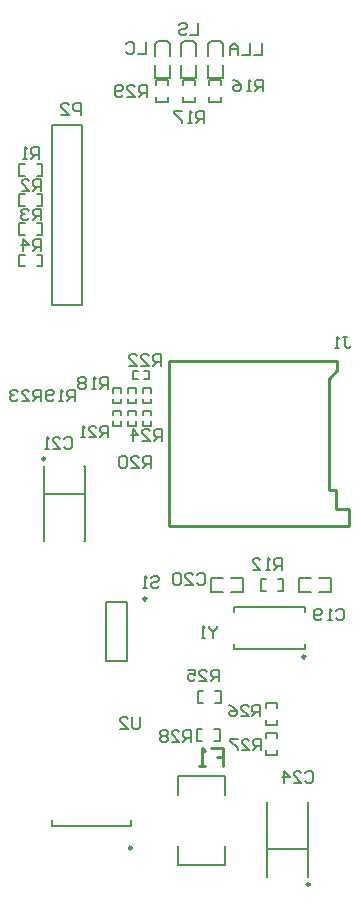
<source format=gbo>
G04 Layer_Color=128*
%FSLAX24Y24*%
%MOIN*%
G70*
G01*
G75*
%ADD26C,0.0079*%
%ADD46C,0.0050*%
%ADD47C,0.0098*%
%ADD50C,0.0060*%
%ADD51C,0.0100*%
D26*
X35709Y31043D02*
X36417D01*
X35709Y33012D02*
X36417D01*
X35709Y31043D02*
Y33012D01*
X36417Y31043D02*
Y33012D01*
X41073Y23848D02*
Y26329D01*
X42451Y23848D02*
Y26329D01*
X42431D02*
X42451D01*
X41073D02*
X41093D01*
X41073Y24774D02*
X42451D01*
X42431Y23848D02*
X42451D01*
X41073D02*
X41093D01*
X34919Y42915D02*
Y48915D01*
X33919Y42915D02*
Y48915D01*
X34919D01*
X33919Y42915D02*
X34919D01*
X39980Y31447D02*
Y31604D01*
X42343Y31447D02*
Y31604D01*
Y32667D02*
Y32825D01*
X39980Y32667D02*
Y32825D01*
Y31447D02*
X42343D01*
X39980Y32825D02*
X42343D01*
X35010Y35049D02*
Y37530D01*
X33632Y35049D02*
Y37530D01*
Y35049D02*
X33652D01*
X34990D02*
X35010D01*
X33632Y36604D02*
X35010D01*
X33632Y37530D02*
X33652D01*
X34990D02*
X35010D01*
X33898Y25541D02*
Y25738D01*
Y25541D02*
X36535D01*
Y25738D01*
X39419Y32214D02*
Y32149D01*
X39288Y32018D01*
X39157Y32149D01*
Y32214D01*
X39288Y32018D02*
Y31821D01*
X39026D02*
X38895D01*
X38960D01*
Y32214D01*
X39026Y32149D01*
X36841Y29183D02*
Y28855D01*
X36775Y28789D01*
X36644D01*
X36578Y28855D01*
Y29183D01*
X36185Y28789D02*
X36447D01*
X36185Y29052D01*
Y29117D01*
X36250Y29183D01*
X36381D01*
X36447Y29117D01*
X37218Y33818D02*
X37283Y33884D01*
X37414D01*
X37480Y33818D01*
Y33752D01*
X37414Y33687D01*
X37283D01*
X37218Y33621D01*
Y33556D01*
X37283Y33490D01*
X37414D01*
X37480Y33556D01*
X37086Y33490D02*
X36955D01*
X37021D01*
Y33884D01*
X37086Y33818D01*
X37070Y49850D02*
Y50244D01*
X36873D01*
X36808Y50178D01*
Y50047D01*
X36873Y49981D01*
X37070D01*
X36939D02*
X36808Y49850D01*
X36414D02*
X36676D01*
X36414Y50112D01*
Y50178D01*
X36480Y50244D01*
X36611D01*
X36676Y50178D01*
X36283Y49916D02*
X36217Y49850D01*
X36086D01*
X36020Y49916D01*
Y50178D01*
X36086Y50244D01*
X36217D01*
X36283Y50178D01*
Y50112D01*
X36217Y50047D01*
X36020D01*
X38553Y28356D02*
Y28750D01*
X38356D01*
X38291Y28684D01*
Y28553D01*
X38356Y28487D01*
X38553D01*
X38422D02*
X38291Y28356D01*
X37897D02*
X38160D01*
X37897Y28619D01*
Y28684D01*
X37963Y28750D01*
X38094D01*
X38160Y28684D01*
X37766D02*
X37700Y28750D01*
X37569D01*
X37504Y28684D01*
Y28619D01*
X37569Y28553D01*
X37504Y28487D01*
Y28422D01*
X37569Y28356D01*
X37700D01*
X37766Y28422D01*
Y28487D01*
X37700Y28553D01*
X37766Y28619D01*
Y28684D01*
X37700Y28553D02*
X37569D01*
X40886Y28061D02*
Y28455D01*
X40689D01*
X40623Y28389D01*
Y28258D01*
X40689Y28192D01*
X40886D01*
X40755D02*
X40623Y28061D01*
X40230D02*
X40492D01*
X40230Y28323D01*
Y28389D01*
X40295Y28455D01*
X40427D01*
X40492Y28389D01*
X40099Y28455D02*
X39836D01*
Y28389D01*
X40099Y28127D01*
Y28061D01*
X40856Y29193D02*
Y29586D01*
X40660D01*
X40594Y29521D01*
Y29390D01*
X40660Y29324D01*
X40856D01*
X40725D02*
X40594Y29193D01*
X40200D02*
X40463D01*
X40200Y29455D01*
Y29521D01*
X40266Y29586D01*
X40397D01*
X40463Y29521D01*
X39807Y29586D02*
X39938Y29521D01*
X40069Y29390D01*
Y29259D01*
X40004Y29193D01*
X39872D01*
X39807Y29259D01*
Y29324D01*
X39872Y29390D01*
X40069D01*
X39480Y30360D02*
Y30754D01*
X39283D01*
X39218Y30688D01*
Y30557D01*
X39283Y30491D01*
X39480D01*
X39349D02*
X39218Y30360D01*
X38824D02*
X39086D01*
X38824Y30622D01*
Y30688D01*
X38890Y30754D01*
X39021D01*
X39086Y30688D01*
X38430Y30754D02*
X38693D01*
Y30557D01*
X38562Y30622D01*
X38496D01*
X38430Y30557D01*
Y30426D01*
X38496Y30360D01*
X38627D01*
X38693Y30426D01*
X37579Y38376D02*
Y38770D01*
X37382D01*
X37316Y38704D01*
Y38573D01*
X37382Y38507D01*
X37579D01*
X37448D02*
X37316Y38376D01*
X36923D02*
X37185D01*
X36923Y38638D01*
Y38704D01*
X36988Y38770D01*
X37120D01*
X37185Y38704D01*
X36595Y38376D02*
Y38770D01*
X36792Y38573D01*
X36529D01*
X33553Y39695D02*
Y40088D01*
X33356D01*
X33291Y40023D01*
Y39892D01*
X33356Y39826D01*
X33553D01*
X33422D02*
X33291Y39695D01*
X32897D02*
X33160D01*
X32897Y39957D01*
Y40023D01*
X32963Y40088D01*
X33094D01*
X33160Y40023D01*
X32766D02*
X32700Y40088D01*
X32569D01*
X32504Y40023D01*
Y39957D01*
X32569Y39892D01*
X32635D01*
X32569D01*
X32504Y39826D01*
Y39760D01*
X32569Y39695D01*
X32700D01*
X32766Y39760D01*
X37539Y40876D02*
Y41270D01*
X37343D01*
X37277Y41204D01*
Y41073D01*
X37343Y41007D01*
X37539D01*
X37408D02*
X37277Y40876D01*
X36883D02*
X37146D01*
X36883Y41138D01*
Y41204D01*
X36949Y41270D01*
X37080D01*
X37146Y41204D01*
X36490Y40876D02*
X36752D01*
X36490Y41138D01*
Y41204D01*
X36555Y41270D01*
X36687D01*
X36752Y41204D01*
X35787Y38494D02*
Y38888D01*
X35591D01*
X35525Y38822D01*
Y38691D01*
X35591Y38625D01*
X35787D01*
X35656D02*
X35525Y38494D01*
X35131D02*
X35394D01*
X35131Y38756D01*
Y38822D01*
X35197Y38888D01*
X35328D01*
X35394Y38822D01*
X35000Y38494D02*
X34869D01*
X34935D01*
Y38888D01*
X35000Y38822D01*
X37205Y37470D02*
Y37864D01*
X37008D01*
X36942Y37798D01*
Y37667D01*
X37008Y37602D01*
X37205D01*
X37074D02*
X36942Y37470D01*
X36549D02*
X36811D01*
X36549Y37733D01*
Y37798D01*
X36614Y37864D01*
X36746D01*
X36811Y37798D01*
X36418D02*
X36352Y37864D01*
X36221D01*
X36155Y37798D01*
Y37536D01*
X36221Y37470D01*
X36352D01*
X36418Y37536D01*
Y37798D01*
X34685Y39695D02*
Y40088D01*
X34488D01*
X34423Y40023D01*
Y39892D01*
X34488Y39826D01*
X34685D01*
X34554D02*
X34423Y39695D01*
X34291D02*
X34160D01*
X34226D01*
Y40088D01*
X34291Y40023D01*
X33963Y39760D02*
X33898Y39695D01*
X33767D01*
X33701Y39760D01*
Y40023D01*
X33767Y40088D01*
X33898D01*
X33963Y40023D01*
Y39957D01*
X33898Y39892D01*
X33701D01*
X35778Y40098D02*
Y40492D01*
X35581D01*
X35515Y40426D01*
Y40295D01*
X35581Y40230D01*
X35778D01*
X35646D02*
X35515Y40098D01*
X35384D02*
X35253D01*
X35318D01*
Y40492D01*
X35384Y40426D01*
X35056D02*
X34990Y40492D01*
X34859D01*
X34794Y40426D01*
Y40361D01*
X34859Y40295D01*
X34794Y40230D01*
Y40164D01*
X34859Y40098D01*
X34990D01*
X35056Y40164D01*
Y40230D01*
X34990Y40295D01*
X35056Y40361D01*
Y40426D01*
X34990Y40295D02*
X34859D01*
X38970Y48970D02*
Y49364D01*
X38773D01*
X38708Y49298D01*
Y49167D01*
X38773Y49101D01*
X38970D01*
X38839D02*
X38708Y48970D01*
X38576D02*
X38445D01*
X38511D01*
Y49364D01*
X38576Y49298D01*
X38248Y49364D02*
X37986D01*
Y49298D01*
X38248Y49036D01*
Y48970D01*
X40945Y50030D02*
Y50423D01*
X40748D01*
X40683Y50358D01*
Y50226D01*
X40748Y50161D01*
X40945D01*
X40814D02*
X40683Y50030D01*
X40551D02*
X40420D01*
X40486D01*
Y50423D01*
X40551Y50358D01*
X39961Y50423D02*
X40092Y50358D01*
X40223Y50226D01*
Y50095D01*
X40158Y50030D01*
X40027D01*
X39961Y50095D01*
Y50161D01*
X40027Y50226D01*
X40223D01*
X41580Y34070D02*
Y34464D01*
X41383D01*
X41318Y34398D01*
Y34267D01*
X41383Y34201D01*
X41580D01*
X41449D02*
X41318Y34070D01*
X41186D02*
X41055D01*
X41121D01*
Y34464D01*
X41186Y34398D01*
X40596Y34070D02*
X40858D01*
X40596Y34332D01*
Y34398D01*
X40662Y34464D01*
X40793D01*
X40858Y34398D01*
X33533Y44715D02*
Y45108D01*
X33337D01*
X33271Y45043D01*
Y44911D01*
X33337Y44846D01*
X33533D01*
X33402D02*
X33271Y44715D01*
X32943D02*
Y45108D01*
X33140Y44911D01*
X32878D01*
X33543Y45728D02*
Y46122D01*
X33347D01*
X33281Y46056D01*
Y45925D01*
X33347Y45860D01*
X33543D01*
X33412D02*
X33281Y45728D01*
X33150Y46056D02*
X33084Y46122D01*
X32953D01*
X32887Y46056D01*
Y45991D01*
X32953Y45925D01*
X33019D01*
X32953D01*
X32887Y45860D01*
Y45794D01*
X32953Y45728D01*
X33084D01*
X33150Y45794D01*
X33553Y46703D02*
Y47096D01*
X33356D01*
X33291Y47031D01*
Y46900D01*
X33356Y46834D01*
X33553D01*
X33422D02*
X33291Y46703D01*
X32897D02*
X33160D01*
X32897Y46965D01*
Y47031D01*
X32963Y47096D01*
X33094D01*
X33160Y47031D01*
X33465Y47785D02*
Y48179D01*
X33268D01*
X33202Y48113D01*
Y47982D01*
X33268Y47917D01*
X33465D01*
X33333D02*
X33202Y47785D01*
X33071D02*
X32940D01*
X33005D01*
Y48179D01*
X33071Y48113D01*
X34880Y49230D02*
Y49624D01*
X34683D01*
X34618Y49558D01*
Y49427D01*
X34683Y49361D01*
X34880D01*
X34224Y49230D02*
X34486D01*
X34224Y49492D01*
Y49558D01*
X34290Y49624D01*
X34421D01*
X34486Y49558D01*
X38789Y52303D02*
Y51909D01*
X38527D01*
X38133Y52237D02*
X38199Y52303D01*
X38330D01*
X38396Y52237D01*
Y52172D01*
X38330Y52106D01*
X38199D01*
X38133Y52041D01*
Y51975D01*
X38199Y51909D01*
X38330D01*
X38396Y51975D01*
X37028Y51683D02*
Y51289D01*
X36765D01*
X36372Y51617D02*
X36437Y51683D01*
X36568D01*
X36634Y51617D01*
Y51355D01*
X36568Y51289D01*
X36437D01*
X36372Y51355D01*
X40906Y51634D02*
Y51240D01*
X40643D01*
X40512Y51634D02*
Y51240D01*
X40250D01*
X40118D02*
Y51503D01*
X39987Y51634D01*
X39856Y51503D01*
Y51240D01*
Y51437D01*
X40118D01*
X43618Y41854D02*
X43749D01*
X43683D01*
Y41526D01*
X43749Y41460D01*
X43814D01*
X43880Y41526D01*
X43486Y41460D02*
X43355D01*
X43421D01*
Y41854D01*
X43486Y41788D01*
X42356Y27306D02*
X42421Y27372D01*
X42553D01*
X42618Y27306D01*
Y27044D01*
X42553Y26978D01*
X42421D01*
X42356Y27044D01*
X41962Y26978D02*
X42225D01*
X41962Y27241D01*
Y27306D01*
X42028Y27372D01*
X42159D01*
X42225Y27306D01*
X41634Y26978D02*
Y27372D01*
X41831Y27175D01*
X41569D01*
X34324Y38445D02*
X34390Y38510D01*
X34521D01*
X34587Y38445D01*
Y38182D01*
X34521Y38117D01*
X34390D01*
X34324Y38182D01*
X33931Y38117D02*
X34193D01*
X33931Y38379D01*
Y38445D01*
X33996Y38510D01*
X34127D01*
X34193Y38445D01*
X33799Y38117D02*
X33668D01*
X33734D01*
Y38510D01*
X33799Y38445D01*
X38734Y33891D02*
X38799Y33957D01*
X38930D01*
X38996Y33891D01*
Y33629D01*
X38930Y33563D01*
X38799D01*
X38734Y33629D01*
X38340Y33563D02*
X38602D01*
X38340Y33825D01*
Y33891D01*
X38406Y33957D01*
X38537D01*
X38602Y33891D01*
X38209D02*
X38143Y33957D01*
X38012D01*
X37947Y33891D01*
Y33629D01*
X38012Y33563D01*
X38143D01*
X38209Y33629D01*
Y33891D01*
X43370Y32720D02*
X43435Y32785D01*
X43566D01*
X43632Y32720D01*
Y32457D01*
X43566Y32392D01*
X43435D01*
X43370Y32457D01*
X43238Y32392D02*
X43107D01*
X43173D01*
Y32785D01*
X43238Y32720D01*
X42910Y32457D02*
X42845Y32392D01*
X42714D01*
X42648Y32457D01*
Y32720D01*
X42714Y32785D01*
X42845D01*
X42910Y32720D01*
Y32654D01*
X42845Y32589D01*
X42648D01*
D46*
X37329Y50473D02*
X37829D01*
X37329Y51623D02*
X37429Y51723D01*
X37729D02*
X37829Y51623D01*
X37429Y51723D02*
X37729D01*
X37829Y51223D02*
Y51623D01*
Y50473D02*
Y50923D01*
X37329Y51223D02*
Y51623D01*
Y50473D02*
Y50923D01*
X39100Y50473D02*
X39600D01*
X39100Y51623D02*
X39200Y51723D01*
X39500D02*
X39600Y51623D01*
X39200Y51723D02*
X39500D01*
X39600Y51223D02*
Y51623D01*
Y50473D02*
Y50923D01*
X39100Y51223D02*
Y51623D01*
Y50473D02*
Y50923D01*
X38215Y50473D02*
X38715D01*
X38215Y51623D02*
X38315Y51723D01*
X38615D02*
X38715Y51623D01*
X38315Y51723D02*
X38615D01*
X38715Y51223D02*
Y51623D01*
Y50473D02*
Y50923D01*
X38215Y51223D02*
Y51623D01*
Y50473D02*
Y50923D01*
X42156Y33346D02*
Y33819D01*
Y33346D02*
X42549D01*
X42156Y33819D02*
X42549D01*
X42825Y33346D02*
X43218D01*
Y33819D01*
X42825D02*
X43218D01*
X39213Y33337D02*
Y33809D01*
Y33337D02*
X39606D01*
X39213Y33809D02*
X39606D01*
X39882Y33337D02*
X40276D01*
Y33809D01*
X39882D02*
X40276D01*
D47*
X37057Y33112D02*
G03*
X37057Y33112I-49J0D01*
G01*
X42500Y23593D02*
G03*
X42500Y23593I-49J0D01*
G01*
X42359Y31182D02*
G03*
X42359Y31182I-49J0D01*
G01*
X33681Y37785D02*
G03*
X33681Y37785I-49J0D01*
G01*
X36567Y24813D02*
G03*
X36567Y24813I-49J0D01*
G01*
D50*
X38100Y24242D02*
X39675D01*
X38100Y27195D02*
X39675D01*
X38100Y24242D02*
Y24872D01*
X39675Y24242D02*
Y24872D01*
Y26565D02*
Y27195D01*
X38100Y26565D02*
Y27195D01*
X39350Y30049D02*
X39528D01*
Y29655D02*
Y30049D01*
X39350Y29655D02*
X39528D01*
X38780D02*
X38957D01*
X38780D02*
Y30049D01*
X38957D01*
X40876Y33366D02*
X41053D01*
X40876D02*
Y33760D01*
X41053D01*
X41447D02*
X41624D01*
Y33366D02*
Y33760D01*
X41447Y33366D02*
X41624D01*
X37382Y50246D02*
Y50423D01*
X37776D01*
Y50246D02*
Y50423D01*
Y49675D02*
Y49852D01*
X37382Y49675D02*
X37776D01*
X37382D02*
Y49852D01*
X38278Y50246D02*
Y50423D01*
X38671D01*
Y50246D02*
Y50423D01*
Y49675D02*
Y49852D01*
X38278Y49675D02*
X38671D01*
X38278D02*
Y49852D01*
X32825Y46211D02*
X33002D01*
X32825D02*
Y46604D01*
X33002D01*
X33396D02*
X33573D01*
Y46211D02*
Y46604D01*
X33396Y46211D02*
X33573D01*
X33396Y44587D02*
X33573D01*
Y44193D02*
Y44587D01*
X33396Y44193D02*
X33573D01*
X32825D02*
X33002D01*
X32825D02*
Y44587D01*
X33002D01*
X32825Y45236D02*
X33002D01*
X32825D02*
Y45630D01*
X33002D01*
X33396D02*
X33573D01*
Y45236D02*
Y45630D01*
X33396Y45236D02*
X33573D01*
X32825Y47215D02*
X33002D01*
X32825D02*
Y47608D01*
X33002D01*
X33396D02*
X33573D01*
Y47215D02*
Y47608D01*
X33396Y47215D02*
X33573D01*
X37205Y39980D02*
Y40138D01*
X36929D02*
X37205D01*
X36929Y39980D02*
Y40138D01*
Y39626D02*
Y39783D01*
Y39626D02*
X37205D01*
Y39783D01*
X36211Y39232D02*
Y39390D01*
X35935D02*
X36211D01*
X35935Y39232D02*
Y39390D01*
Y38878D02*
Y39035D01*
Y38878D02*
X36211D01*
Y39035D01*
X36722Y39232D02*
Y39390D01*
X36447D02*
X36722D01*
X36447Y39232D02*
Y39390D01*
Y38878D02*
Y39035D01*
Y38878D02*
X36722D01*
Y39035D01*
X37205Y39232D02*
Y39390D01*
X36929D02*
X37205D01*
X36929Y39232D02*
Y39390D01*
Y38878D02*
Y39035D01*
Y38878D02*
X37205D01*
Y39035D01*
X36211Y39980D02*
Y40138D01*
X35935D02*
X36211D01*
X35935Y39980D02*
Y40138D01*
Y39626D02*
Y39783D01*
Y39626D02*
X36211D01*
Y39783D01*
X36722Y39980D02*
Y40138D01*
X36447D02*
X36722D01*
X36447Y39980D02*
Y40138D01*
Y39626D02*
Y39783D01*
Y39626D02*
X36722D01*
Y39783D01*
X36624Y40718D02*
X36781D01*
X36624Y40443D02*
Y40718D01*
Y40443D02*
X36781D01*
X36978D02*
X37136D01*
Y40718D01*
X36978D02*
X37136D01*
X41033Y28474D02*
Y28652D01*
X41427D01*
Y28474D02*
Y28652D01*
Y27904D02*
Y28081D01*
X41033Y27904D02*
X41427D01*
X41033D02*
Y28081D01*
Y29469D02*
Y29646D01*
X41427D01*
Y29469D02*
Y29646D01*
Y28898D02*
Y29075D01*
X41033Y28898D02*
X41427D01*
X41033D02*
Y29075D01*
X38750Y28376D02*
Y28770D01*
Y28376D02*
X38927D01*
X38750Y28770D02*
X38927D01*
X39498Y28376D02*
Y28770D01*
X39321Y28376D02*
X39498D01*
X39321Y28770D02*
X39498D01*
X39154Y50246D02*
Y50423D01*
X39547D01*
Y50246D02*
Y50423D01*
Y49675D02*
Y49852D01*
X39154Y49675D02*
X39547D01*
X39154D02*
Y49852D01*
D51*
X43130Y36752D02*
X43366D01*
Y36106D02*
Y36752D01*
X43130D02*
Y40453D01*
X37815Y41043D02*
X43406D01*
X37815Y35531D02*
Y41043D01*
Y35531D02*
X43799D01*
Y36106D01*
X43366D02*
X43799D01*
X43130Y40453D02*
X43406Y40728D01*
Y41043D01*
X39207Y28125D02*
X39607D01*
Y27825D01*
X39407D01*
X39607D01*
Y27526D01*
X39007D02*
X38807D01*
X38907D01*
Y28125D01*
X39007Y28025D01*
M02*

</source>
